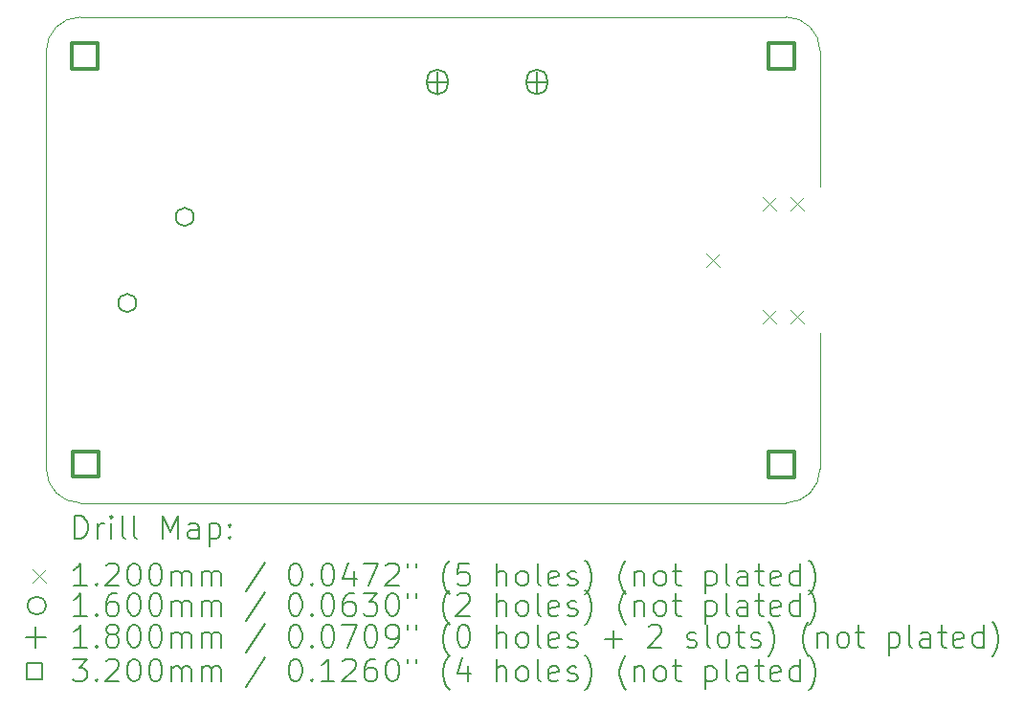
<source format=gbr>
%TF.GenerationSoftware,KiCad,Pcbnew,(6.0.7-1)-1*%
%TF.CreationDate,2022-08-15T15:43:25-06:00*%
%TF.ProjectId,mic_preamp,6d69635f-7072-4656-916d-702e6b696361,1*%
%TF.SameCoordinates,Original*%
%TF.FileFunction,Drillmap*%
%TF.FilePolarity,Positive*%
%FSLAX45Y45*%
G04 Gerber Fmt 4.5, Leading zero omitted, Abs format (unit mm)*
G04 Created by KiCad (PCBNEW (6.0.7-1)-1) date 2022-08-15 15:43:25*
%MOMM*%
%LPD*%
G01*
G04 APERTURE LIST*
%ADD10C,0.100000*%
%ADD11C,0.200000*%
%ADD12C,0.120000*%
%ADD13C,0.160000*%
%ADD14C,0.180000*%
%ADD15C,0.320000*%
G04 APERTURE END LIST*
D10*
X17145000Y-12000000D02*
G75*
G03*
X17445000Y-11700000I0J300000D01*
G01*
X17145000Y-7700000D02*
X10900000Y-7700000D01*
X17445000Y-8000000D02*
G75*
G03*
X17145000Y-7700000I-300000J0D01*
G01*
X10600000Y-11700000D02*
G75*
G03*
X10900000Y-12000000I300000J0D01*
G01*
X10600000Y-8000000D02*
X10600000Y-11700000D01*
X17445000Y-10500000D02*
X17445000Y-11700000D01*
X17445000Y-9200000D02*
X17445000Y-8000000D01*
X10900000Y-12000000D02*
X17145000Y-12000000D01*
X10900000Y-7700000D02*
G75*
G03*
X10600000Y-8000000I0J-300000D01*
G01*
D11*
D12*
X16435000Y-9790000D02*
X16555000Y-9910000D01*
X16555000Y-9790000D02*
X16435000Y-9910000D01*
X16935000Y-9290000D02*
X17055000Y-9410000D01*
X17055000Y-9290000D02*
X16935000Y-9410000D01*
X16935000Y-10290000D02*
X17055000Y-10410000D01*
X17055000Y-10290000D02*
X16935000Y-10410000D01*
X17185000Y-9290000D02*
X17305000Y-9410000D01*
X17305000Y-9290000D02*
X17185000Y-9410000D01*
X17185000Y-10290000D02*
X17305000Y-10410000D01*
X17305000Y-10290000D02*
X17185000Y-10410000D01*
D13*
X11396000Y-10231000D02*
G75*
G03*
X11396000Y-10231000I-80000J0D01*
G01*
X11904000Y-9469000D02*
G75*
G03*
X11904000Y-9469000I-80000J0D01*
G01*
D14*
X14060000Y-8185000D02*
X14060000Y-8365000D01*
X13970000Y-8275000D02*
X14150000Y-8275000D01*
D11*
X13970000Y-8255000D02*
X13970000Y-8295000D01*
X14150000Y-8255000D02*
X14150000Y-8295000D01*
X13970000Y-8295000D02*
G75*
G03*
X14150000Y-8295000I90000J0D01*
G01*
X14150000Y-8255000D02*
G75*
G03*
X13970000Y-8255000I-90000J0D01*
G01*
D14*
X14940000Y-8185000D02*
X14940000Y-8365000D01*
X14850000Y-8275000D02*
X15030000Y-8275000D01*
D11*
X14850000Y-8255000D02*
X14850000Y-8295000D01*
X15030000Y-8255000D02*
X15030000Y-8295000D01*
X14850000Y-8295000D02*
G75*
G03*
X15030000Y-8295000I90000J0D01*
G01*
X15030000Y-8255000D02*
G75*
G03*
X14850000Y-8255000I-90000J0D01*
G01*
D15*
X11055638Y-8155638D02*
X11055638Y-7929362D01*
X10829362Y-7929362D01*
X10829362Y-8155638D01*
X11055638Y-8155638D01*
X11058138Y-11768138D02*
X11058138Y-11541862D01*
X10831862Y-11541862D01*
X10831862Y-11768138D01*
X11058138Y-11768138D01*
X17215638Y-8155638D02*
X17215638Y-7929362D01*
X16989362Y-7929362D01*
X16989362Y-8155638D01*
X17215638Y-8155638D01*
X17215638Y-11770638D02*
X17215638Y-11544362D01*
X16989362Y-11544362D01*
X16989362Y-11770638D01*
X17215638Y-11770638D01*
D11*
X10852619Y-12315476D02*
X10852619Y-12115476D01*
X10900238Y-12115476D01*
X10928810Y-12125000D01*
X10947857Y-12144048D01*
X10957381Y-12163095D01*
X10966905Y-12201190D01*
X10966905Y-12229762D01*
X10957381Y-12267857D01*
X10947857Y-12286905D01*
X10928810Y-12305952D01*
X10900238Y-12315476D01*
X10852619Y-12315476D01*
X11052619Y-12315476D02*
X11052619Y-12182143D01*
X11052619Y-12220238D02*
X11062143Y-12201190D01*
X11071667Y-12191667D01*
X11090714Y-12182143D01*
X11109762Y-12182143D01*
X11176429Y-12315476D02*
X11176429Y-12182143D01*
X11176429Y-12115476D02*
X11166905Y-12125000D01*
X11176429Y-12134524D01*
X11185952Y-12125000D01*
X11176429Y-12115476D01*
X11176429Y-12134524D01*
X11300238Y-12315476D02*
X11281190Y-12305952D01*
X11271667Y-12286905D01*
X11271667Y-12115476D01*
X11405000Y-12315476D02*
X11385952Y-12305952D01*
X11376428Y-12286905D01*
X11376428Y-12115476D01*
X11633571Y-12315476D02*
X11633571Y-12115476D01*
X11700238Y-12258333D01*
X11766905Y-12115476D01*
X11766905Y-12315476D01*
X11947857Y-12315476D02*
X11947857Y-12210714D01*
X11938333Y-12191667D01*
X11919286Y-12182143D01*
X11881190Y-12182143D01*
X11862143Y-12191667D01*
X11947857Y-12305952D02*
X11928809Y-12315476D01*
X11881190Y-12315476D01*
X11862143Y-12305952D01*
X11852619Y-12286905D01*
X11852619Y-12267857D01*
X11862143Y-12248809D01*
X11881190Y-12239286D01*
X11928809Y-12239286D01*
X11947857Y-12229762D01*
X12043095Y-12182143D02*
X12043095Y-12382143D01*
X12043095Y-12191667D02*
X12062143Y-12182143D01*
X12100238Y-12182143D01*
X12119286Y-12191667D01*
X12128809Y-12201190D01*
X12138333Y-12220238D01*
X12138333Y-12277381D01*
X12128809Y-12296428D01*
X12119286Y-12305952D01*
X12100238Y-12315476D01*
X12062143Y-12315476D01*
X12043095Y-12305952D01*
X12224048Y-12296428D02*
X12233571Y-12305952D01*
X12224048Y-12315476D01*
X12214524Y-12305952D01*
X12224048Y-12296428D01*
X12224048Y-12315476D01*
X12224048Y-12191667D02*
X12233571Y-12201190D01*
X12224048Y-12210714D01*
X12214524Y-12201190D01*
X12224048Y-12191667D01*
X12224048Y-12210714D01*
D12*
X10475000Y-12585000D02*
X10595000Y-12705000D01*
X10595000Y-12585000D02*
X10475000Y-12705000D01*
D11*
X10957381Y-12735476D02*
X10843095Y-12735476D01*
X10900238Y-12735476D02*
X10900238Y-12535476D01*
X10881190Y-12564048D01*
X10862143Y-12583095D01*
X10843095Y-12592619D01*
X11043095Y-12716428D02*
X11052619Y-12725952D01*
X11043095Y-12735476D01*
X11033571Y-12725952D01*
X11043095Y-12716428D01*
X11043095Y-12735476D01*
X11128810Y-12554524D02*
X11138333Y-12545000D01*
X11157381Y-12535476D01*
X11205000Y-12535476D01*
X11224048Y-12545000D01*
X11233571Y-12554524D01*
X11243095Y-12573571D01*
X11243095Y-12592619D01*
X11233571Y-12621190D01*
X11119286Y-12735476D01*
X11243095Y-12735476D01*
X11366905Y-12535476D02*
X11385952Y-12535476D01*
X11405000Y-12545000D01*
X11414524Y-12554524D01*
X11424048Y-12573571D01*
X11433571Y-12611667D01*
X11433571Y-12659286D01*
X11424048Y-12697381D01*
X11414524Y-12716428D01*
X11405000Y-12725952D01*
X11385952Y-12735476D01*
X11366905Y-12735476D01*
X11347857Y-12725952D01*
X11338333Y-12716428D01*
X11328809Y-12697381D01*
X11319286Y-12659286D01*
X11319286Y-12611667D01*
X11328809Y-12573571D01*
X11338333Y-12554524D01*
X11347857Y-12545000D01*
X11366905Y-12535476D01*
X11557381Y-12535476D02*
X11576428Y-12535476D01*
X11595476Y-12545000D01*
X11605000Y-12554524D01*
X11614524Y-12573571D01*
X11624048Y-12611667D01*
X11624048Y-12659286D01*
X11614524Y-12697381D01*
X11605000Y-12716428D01*
X11595476Y-12725952D01*
X11576428Y-12735476D01*
X11557381Y-12735476D01*
X11538333Y-12725952D01*
X11528809Y-12716428D01*
X11519286Y-12697381D01*
X11509762Y-12659286D01*
X11509762Y-12611667D01*
X11519286Y-12573571D01*
X11528809Y-12554524D01*
X11538333Y-12545000D01*
X11557381Y-12535476D01*
X11709762Y-12735476D02*
X11709762Y-12602143D01*
X11709762Y-12621190D02*
X11719286Y-12611667D01*
X11738333Y-12602143D01*
X11766905Y-12602143D01*
X11785952Y-12611667D01*
X11795476Y-12630714D01*
X11795476Y-12735476D01*
X11795476Y-12630714D02*
X11805000Y-12611667D01*
X11824048Y-12602143D01*
X11852619Y-12602143D01*
X11871667Y-12611667D01*
X11881190Y-12630714D01*
X11881190Y-12735476D01*
X11976428Y-12735476D02*
X11976428Y-12602143D01*
X11976428Y-12621190D02*
X11985952Y-12611667D01*
X12005000Y-12602143D01*
X12033571Y-12602143D01*
X12052619Y-12611667D01*
X12062143Y-12630714D01*
X12062143Y-12735476D01*
X12062143Y-12630714D02*
X12071667Y-12611667D01*
X12090714Y-12602143D01*
X12119286Y-12602143D01*
X12138333Y-12611667D01*
X12147857Y-12630714D01*
X12147857Y-12735476D01*
X12538333Y-12525952D02*
X12366905Y-12783095D01*
X12795476Y-12535476D02*
X12814524Y-12535476D01*
X12833571Y-12545000D01*
X12843095Y-12554524D01*
X12852619Y-12573571D01*
X12862143Y-12611667D01*
X12862143Y-12659286D01*
X12852619Y-12697381D01*
X12843095Y-12716428D01*
X12833571Y-12725952D01*
X12814524Y-12735476D01*
X12795476Y-12735476D01*
X12776428Y-12725952D01*
X12766905Y-12716428D01*
X12757381Y-12697381D01*
X12747857Y-12659286D01*
X12747857Y-12611667D01*
X12757381Y-12573571D01*
X12766905Y-12554524D01*
X12776428Y-12545000D01*
X12795476Y-12535476D01*
X12947857Y-12716428D02*
X12957381Y-12725952D01*
X12947857Y-12735476D01*
X12938333Y-12725952D01*
X12947857Y-12716428D01*
X12947857Y-12735476D01*
X13081190Y-12535476D02*
X13100238Y-12535476D01*
X13119286Y-12545000D01*
X13128809Y-12554524D01*
X13138333Y-12573571D01*
X13147857Y-12611667D01*
X13147857Y-12659286D01*
X13138333Y-12697381D01*
X13128809Y-12716428D01*
X13119286Y-12725952D01*
X13100238Y-12735476D01*
X13081190Y-12735476D01*
X13062143Y-12725952D01*
X13052619Y-12716428D01*
X13043095Y-12697381D01*
X13033571Y-12659286D01*
X13033571Y-12611667D01*
X13043095Y-12573571D01*
X13052619Y-12554524D01*
X13062143Y-12545000D01*
X13081190Y-12535476D01*
X13319286Y-12602143D02*
X13319286Y-12735476D01*
X13271667Y-12525952D02*
X13224048Y-12668809D01*
X13347857Y-12668809D01*
X13405000Y-12535476D02*
X13538333Y-12535476D01*
X13452619Y-12735476D01*
X13605000Y-12554524D02*
X13614524Y-12545000D01*
X13633571Y-12535476D01*
X13681190Y-12535476D01*
X13700238Y-12545000D01*
X13709762Y-12554524D01*
X13719286Y-12573571D01*
X13719286Y-12592619D01*
X13709762Y-12621190D01*
X13595476Y-12735476D01*
X13719286Y-12735476D01*
X13795476Y-12535476D02*
X13795476Y-12573571D01*
X13871667Y-12535476D02*
X13871667Y-12573571D01*
X14166905Y-12811667D02*
X14157381Y-12802143D01*
X14138333Y-12773571D01*
X14128809Y-12754524D01*
X14119286Y-12725952D01*
X14109762Y-12678333D01*
X14109762Y-12640238D01*
X14119286Y-12592619D01*
X14128809Y-12564048D01*
X14138333Y-12545000D01*
X14157381Y-12516428D01*
X14166905Y-12506905D01*
X14338333Y-12535476D02*
X14243095Y-12535476D01*
X14233571Y-12630714D01*
X14243095Y-12621190D01*
X14262143Y-12611667D01*
X14309762Y-12611667D01*
X14328809Y-12621190D01*
X14338333Y-12630714D01*
X14347857Y-12649762D01*
X14347857Y-12697381D01*
X14338333Y-12716428D01*
X14328809Y-12725952D01*
X14309762Y-12735476D01*
X14262143Y-12735476D01*
X14243095Y-12725952D01*
X14233571Y-12716428D01*
X14585952Y-12735476D02*
X14585952Y-12535476D01*
X14671667Y-12735476D02*
X14671667Y-12630714D01*
X14662143Y-12611667D01*
X14643095Y-12602143D01*
X14614524Y-12602143D01*
X14595476Y-12611667D01*
X14585952Y-12621190D01*
X14795476Y-12735476D02*
X14776428Y-12725952D01*
X14766905Y-12716428D01*
X14757381Y-12697381D01*
X14757381Y-12640238D01*
X14766905Y-12621190D01*
X14776428Y-12611667D01*
X14795476Y-12602143D01*
X14824048Y-12602143D01*
X14843095Y-12611667D01*
X14852619Y-12621190D01*
X14862143Y-12640238D01*
X14862143Y-12697381D01*
X14852619Y-12716428D01*
X14843095Y-12725952D01*
X14824048Y-12735476D01*
X14795476Y-12735476D01*
X14976428Y-12735476D02*
X14957381Y-12725952D01*
X14947857Y-12706905D01*
X14947857Y-12535476D01*
X15128809Y-12725952D02*
X15109762Y-12735476D01*
X15071667Y-12735476D01*
X15052619Y-12725952D01*
X15043095Y-12706905D01*
X15043095Y-12630714D01*
X15052619Y-12611667D01*
X15071667Y-12602143D01*
X15109762Y-12602143D01*
X15128809Y-12611667D01*
X15138333Y-12630714D01*
X15138333Y-12649762D01*
X15043095Y-12668809D01*
X15214524Y-12725952D02*
X15233571Y-12735476D01*
X15271667Y-12735476D01*
X15290714Y-12725952D01*
X15300238Y-12706905D01*
X15300238Y-12697381D01*
X15290714Y-12678333D01*
X15271667Y-12668809D01*
X15243095Y-12668809D01*
X15224048Y-12659286D01*
X15214524Y-12640238D01*
X15214524Y-12630714D01*
X15224048Y-12611667D01*
X15243095Y-12602143D01*
X15271667Y-12602143D01*
X15290714Y-12611667D01*
X15366905Y-12811667D02*
X15376428Y-12802143D01*
X15395476Y-12773571D01*
X15405000Y-12754524D01*
X15414524Y-12725952D01*
X15424048Y-12678333D01*
X15424048Y-12640238D01*
X15414524Y-12592619D01*
X15405000Y-12564048D01*
X15395476Y-12545000D01*
X15376428Y-12516428D01*
X15366905Y-12506905D01*
X15728809Y-12811667D02*
X15719286Y-12802143D01*
X15700238Y-12773571D01*
X15690714Y-12754524D01*
X15681190Y-12725952D01*
X15671667Y-12678333D01*
X15671667Y-12640238D01*
X15681190Y-12592619D01*
X15690714Y-12564048D01*
X15700238Y-12545000D01*
X15719286Y-12516428D01*
X15728809Y-12506905D01*
X15805000Y-12602143D02*
X15805000Y-12735476D01*
X15805000Y-12621190D02*
X15814524Y-12611667D01*
X15833571Y-12602143D01*
X15862143Y-12602143D01*
X15881190Y-12611667D01*
X15890714Y-12630714D01*
X15890714Y-12735476D01*
X16014524Y-12735476D02*
X15995476Y-12725952D01*
X15985952Y-12716428D01*
X15976428Y-12697381D01*
X15976428Y-12640238D01*
X15985952Y-12621190D01*
X15995476Y-12611667D01*
X16014524Y-12602143D01*
X16043095Y-12602143D01*
X16062143Y-12611667D01*
X16071667Y-12621190D01*
X16081190Y-12640238D01*
X16081190Y-12697381D01*
X16071667Y-12716428D01*
X16062143Y-12725952D01*
X16043095Y-12735476D01*
X16014524Y-12735476D01*
X16138333Y-12602143D02*
X16214524Y-12602143D01*
X16166905Y-12535476D02*
X16166905Y-12706905D01*
X16176428Y-12725952D01*
X16195476Y-12735476D01*
X16214524Y-12735476D01*
X16433571Y-12602143D02*
X16433571Y-12802143D01*
X16433571Y-12611667D02*
X16452619Y-12602143D01*
X16490714Y-12602143D01*
X16509762Y-12611667D01*
X16519286Y-12621190D01*
X16528809Y-12640238D01*
X16528809Y-12697381D01*
X16519286Y-12716428D01*
X16509762Y-12725952D01*
X16490714Y-12735476D01*
X16452619Y-12735476D01*
X16433571Y-12725952D01*
X16643095Y-12735476D02*
X16624048Y-12725952D01*
X16614524Y-12706905D01*
X16614524Y-12535476D01*
X16805000Y-12735476D02*
X16805000Y-12630714D01*
X16795476Y-12611667D01*
X16776428Y-12602143D01*
X16738333Y-12602143D01*
X16719286Y-12611667D01*
X16805000Y-12725952D02*
X16785952Y-12735476D01*
X16738333Y-12735476D01*
X16719286Y-12725952D01*
X16709762Y-12706905D01*
X16709762Y-12687857D01*
X16719286Y-12668809D01*
X16738333Y-12659286D01*
X16785952Y-12659286D01*
X16805000Y-12649762D01*
X16871667Y-12602143D02*
X16947857Y-12602143D01*
X16900238Y-12535476D02*
X16900238Y-12706905D01*
X16909762Y-12725952D01*
X16928810Y-12735476D01*
X16947857Y-12735476D01*
X17090714Y-12725952D02*
X17071667Y-12735476D01*
X17033571Y-12735476D01*
X17014524Y-12725952D01*
X17005000Y-12706905D01*
X17005000Y-12630714D01*
X17014524Y-12611667D01*
X17033571Y-12602143D01*
X17071667Y-12602143D01*
X17090714Y-12611667D01*
X17100238Y-12630714D01*
X17100238Y-12649762D01*
X17005000Y-12668809D01*
X17271667Y-12735476D02*
X17271667Y-12535476D01*
X17271667Y-12725952D02*
X17252619Y-12735476D01*
X17214524Y-12735476D01*
X17195476Y-12725952D01*
X17185952Y-12716428D01*
X17176429Y-12697381D01*
X17176429Y-12640238D01*
X17185952Y-12621190D01*
X17195476Y-12611667D01*
X17214524Y-12602143D01*
X17252619Y-12602143D01*
X17271667Y-12611667D01*
X17347857Y-12811667D02*
X17357381Y-12802143D01*
X17376429Y-12773571D01*
X17385952Y-12754524D01*
X17395476Y-12725952D01*
X17405000Y-12678333D01*
X17405000Y-12640238D01*
X17395476Y-12592619D01*
X17385952Y-12564048D01*
X17376429Y-12545000D01*
X17357381Y-12516428D01*
X17347857Y-12506905D01*
D13*
X10595000Y-12909000D02*
G75*
G03*
X10595000Y-12909000I-80000J0D01*
G01*
D11*
X10957381Y-12999476D02*
X10843095Y-12999476D01*
X10900238Y-12999476D02*
X10900238Y-12799476D01*
X10881190Y-12828048D01*
X10862143Y-12847095D01*
X10843095Y-12856619D01*
X11043095Y-12980428D02*
X11052619Y-12989952D01*
X11043095Y-12999476D01*
X11033571Y-12989952D01*
X11043095Y-12980428D01*
X11043095Y-12999476D01*
X11224048Y-12799476D02*
X11185952Y-12799476D01*
X11166905Y-12809000D01*
X11157381Y-12818524D01*
X11138333Y-12847095D01*
X11128810Y-12885190D01*
X11128810Y-12961381D01*
X11138333Y-12980428D01*
X11147857Y-12989952D01*
X11166905Y-12999476D01*
X11205000Y-12999476D01*
X11224048Y-12989952D01*
X11233571Y-12980428D01*
X11243095Y-12961381D01*
X11243095Y-12913762D01*
X11233571Y-12894714D01*
X11224048Y-12885190D01*
X11205000Y-12875667D01*
X11166905Y-12875667D01*
X11147857Y-12885190D01*
X11138333Y-12894714D01*
X11128810Y-12913762D01*
X11366905Y-12799476D02*
X11385952Y-12799476D01*
X11405000Y-12809000D01*
X11414524Y-12818524D01*
X11424048Y-12837571D01*
X11433571Y-12875667D01*
X11433571Y-12923286D01*
X11424048Y-12961381D01*
X11414524Y-12980428D01*
X11405000Y-12989952D01*
X11385952Y-12999476D01*
X11366905Y-12999476D01*
X11347857Y-12989952D01*
X11338333Y-12980428D01*
X11328809Y-12961381D01*
X11319286Y-12923286D01*
X11319286Y-12875667D01*
X11328809Y-12837571D01*
X11338333Y-12818524D01*
X11347857Y-12809000D01*
X11366905Y-12799476D01*
X11557381Y-12799476D02*
X11576428Y-12799476D01*
X11595476Y-12809000D01*
X11605000Y-12818524D01*
X11614524Y-12837571D01*
X11624048Y-12875667D01*
X11624048Y-12923286D01*
X11614524Y-12961381D01*
X11605000Y-12980428D01*
X11595476Y-12989952D01*
X11576428Y-12999476D01*
X11557381Y-12999476D01*
X11538333Y-12989952D01*
X11528809Y-12980428D01*
X11519286Y-12961381D01*
X11509762Y-12923286D01*
X11509762Y-12875667D01*
X11519286Y-12837571D01*
X11528809Y-12818524D01*
X11538333Y-12809000D01*
X11557381Y-12799476D01*
X11709762Y-12999476D02*
X11709762Y-12866143D01*
X11709762Y-12885190D02*
X11719286Y-12875667D01*
X11738333Y-12866143D01*
X11766905Y-12866143D01*
X11785952Y-12875667D01*
X11795476Y-12894714D01*
X11795476Y-12999476D01*
X11795476Y-12894714D02*
X11805000Y-12875667D01*
X11824048Y-12866143D01*
X11852619Y-12866143D01*
X11871667Y-12875667D01*
X11881190Y-12894714D01*
X11881190Y-12999476D01*
X11976428Y-12999476D02*
X11976428Y-12866143D01*
X11976428Y-12885190D02*
X11985952Y-12875667D01*
X12005000Y-12866143D01*
X12033571Y-12866143D01*
X12052619Y-12875667D01*
X12062143Y-12894714D01*
X12062143Y-12999476D01*
X12062143Y-12894714D02*
X12071667Y-12875667D01*
X12090714Y-12866143D01*
X12119286Y-12866143D01*
X12138333Y-12875667D01*
X12147857Y-12894714D01*
X12147857Y-12999476D01*
X12538333Y-12789952D02*
X12366905Y-13047095D01*
X12795476Y-12799476D02*
X12814524Y-12799476D01*
X12833571Y-12809000D01*
X12843095Y-12818524D01*
X12852619Y-12837571D01*
X12862143Y-12875667D01*
X12862143Y-12923286D01*
X12852619Y-12961381D01*
X12843095Y-12980428D01*
X12833571Y-12989952D01*
X12814524Y-12999476D01*
X12795476Y-12999476D01*
X12776428Y-12989952D01*
X12766905Y-12980428D01*
X12757381Y-12961381D01*
X12747857Y-12923286D01*
X12747857Y-12875667D01*
X12757381Y-12837571D01*
X12766905Y-12818524D01*
X12776428Y-12809000D01*
X12795476Y-12799476D01*
X12947857Y-12980428D02*
X12957381Y-12989952D01*
X12947857Y-12999476D01*
X12938333Y-12989952D01*
X12947857Y-12980428D01*
X12947857Y-12999476D01*
X13081190Y-12799476D02*
X13100238Y-12799476D01*
X13119286Y-12809000D01*
X13128809Y-12818524D01*
X13138333Y-12837571D01*
X13147857Y-12875667D01*
X13147857Y-12923286D01*
X13138333Y-12961381D01*
X13128809Y-12980428D01*
X13119286Y-12989952D01*
X13100238Y-12999476D01*
X13081190Y-12999476D01*
X13062143Y-12989952D01*
X13052619Y-12980428D01*
X13043095Y-12961381D01*
X13033571Y-12923286D01*
X13033571Y-12875667D01*
X13043095Y-12837571D01*
X13052619Y-12818524D01*
X13062143Y-12809000D01*
X13081190Y-12799476D01*
X13319286Y-12799476D02*
X13281190Y-12799476D01*
X13262143Y-12809000D01*
X13252619Y-12818524D01*
X13233571Y-12847095D01*
X13224048Y-12885190D01*
X13224048Y-12961381D01*
X13233571Y-12980428D01*
X13243095Y-12989952D01*
X13262143Y-12999476D01*
X13300238Y-12999476D01*
X13319286Y-12989952D01*
X13328809Y-12980428D01*
X13338333Y-12961381D01*
X13338333Y-12913762D01*
X13328809Y-12894714D01*
X13319286Y-12885190D01*
X13300238Y-12875667D01*
X13262143Y-12875667D01*
X13243095Y-12885190D01*
X13233571Y-12894714D01*
X13224048Y-12913762D01*
X13405000Y-12799476D02*
X13528809Y-12799476D01*
X13462143Y-12875667D01*
X13490714Y-12875667D01*
X13509762Y-12885190D01*
X13519286Y-12894714D01*
X13528809Y-12913762D01*
X13528809Y-12961381D01*
X13519286Y-12980428D01*
X13509762Y-12989952D01*
X13490714Y-12999476D01*
X13433571Y-12999476D01*
X13414524Y-12989952D01*
X13405000Y-12980428D01*
X13652619Y-12799476D02*
X13671667Y-12799476D01*
X13690714Y-12809000D01*
X13700238Y-12818524D01*
X13709762Y-12837571D01*
X13719286Y-12875667D01*
X13719286Y-12923286D01*
X13709762Y-12961381D01*
X13700238Y-12980428D01*
X13690714Y-12989952D01*
X13671667Y-12999476D01*
X13652619Y-12999476D01*
X13633571Y-12989952D01*
X13624048Y-12980428D01*
X13614524Y-12961381D01*
X13605000Y-12923286D01*
X13605000Y-12875667D01*
X13614524Y-12837571D01*
X13624048Y-12818524D01*
X13633571Y-12809000D01*
X13652619Y-12799476D01*
X13795476Y-12799476D02*
X13795476Y-12837571D01*
X13871667Y-12799476D02*
X13871667Y-12837571D01*
X14166905Y-13075667D02*
X14157381Y-13066143D01*
X14138333Y-13037571D01*
X14128809Y-13018524D01*
X14119286Y-12989952D01*
X14109762Y-12942333D01*
X14109762Y-12904238D01*
X14119286Y-12856619D01*
X14128809Y-12828048D01*
X14138333Y-12809000D01*
X14157381Y-12780428D01*
X14166905Y-12770905D01*
X14233571Y-12818524D02*
X14243095Y-12809000D01*
X14262143Y-12799476D01*
X14309762Y-12799476D01*
X14328809Y-12809000D01*
X14338333Y-12818524D01*
X14347857Y-12837571D01*
X14347857Y-12856619D01*
X14338333Y-12885190D01*
X14224048Y-12999476D01*
X14347857Y-12999476D01*
X14585952Y-12999476D02*
X14585952Y-12799476D01*
X14671667Y-12999476D02*
X14671667Y-12894714D01*
X14662143Y-12875667D01*
X14643095Y-12866143D01*
X14614524Y-12866143D01*
X14595476Y-12875667D01*
X14585952Y-12885190D01*
X14795476Y-12999476D02*
X14776428Y-12989952D01*
X14766905Y-12980428D01*
X14757381Y-12961381D01*
X14757381Y-12904238D01*
X14766905Y-12885190D01*
X14776428Y-12875667D01*
X14795476Y-12866143D01*
X14824048Y-12866143D01*
X14843095Y-12875667D01*
X14852619Y-12885190D01*
X14862143Y-12904238D01*
X14862143Y-12961381D01*
X14852619Y-12980428D01*
X14843095Y-12989952D01*
X14824048Y-12999476D01*
X14795476Y-12999476D01*
X14976428Y-12999476D02*
X14957381Y-12989952D01*
X14947857Y-12970905D01*
X14947857Y-12799476D01*
X15128809Y-12989952D02*
X15109762Y-12999476D01*
X15071667Y-12999476D01*
X15052619Y-12989952D01*
X15043095Y-12970905D01*
X15043095Y-12894714D01*
X15052619Y-12875667D01*
X15071667Y-12866143D01*
X15109762Y-12866143D01*
X15128809Y-12875667D01*
X15138333Y-12894714D01*
X15138333Y-12913762D01*
X15043095Y-12932809D01*
X15214524Y-12989952D02*
X15233571Y-12999476D01*
X15271667Y-12999476D01*
X15290714Y-12989952D01*
X15300238Y-12970905D01*
X15300238Y-12961381D01*
X15290714Y-12942333D01*
X15271667Y-12932809D01*
X15243095Y-12932809D01*
X15224048Y-12923286D01*
X15214524Y-12904238D01*
X15214524Y-12894714D01*
X15224048Y-12875667D01*
X15243095Y-12866143D01*
X15271667Y-12866143D01*
X15290714Y-12875667D01*
X15366905Y-13075667D02*
X15376428Y-13066143D01*
X15395476Y-13037571D01*
X15405000Y-13018524D01*
X15414524Y-12989952D01*
X15424048Y-12942333D01*
X15424048Y-12904238D01*
X15414524Y-12856619D01*
X15405000Y-12828048D01*
X15395476Y-12809000D01*
X15376428Y-12780428D01*
X15366905Y-12770905D01*
X15728809Y-13075667D02*
X15719286Y-13066143D01*
X15700238Y-13037571D01*
X15690714Y-13018524D01*
X15681190Y-12989952D01*
X15671667Y-12942333D01*
X15671667Y-12904238D01*
X15681190Y-12856619D01*
X15690714Y-12828048D01*
X15700238Y-12809000D01*
X15719286Y-12780428D01*
X15728809Y-12770905D01*
X15805000Y-12866143D02*
X15805000Y-12999476D01*
X15805000Y-12885190D02*
X15814524Y-12875667D01*
X15833571Y-12866143D01*
X15862143Y-12866143D01*
X15881190Y-12875667D01*
X15890714Y-12894714D01*
X15890714Y-12999476D01*
X16014524Y-12999476D02*
X15995476Y-12989952D01*
X15985952Y-12980428D01*
X15976428Y-12961381D01*
X15976428Y-12904238D01*
X15985952Y-12885190D01*
X15995476Y-12875667D01*
X16014524Y-12866143D01*
X16043095Y-12866143D01*
X16062143Y-12875667D01*
X16071667Y-12885190D01*
X16081190Y-12904238D01*
X16081190Y-12961381D01*
X16071667Y-12980428D01*
X16062143Y-12989952D01*
X16043095Y-12999476D01*
X16014524Y-12999476D01*
X16138333Y-12866143D02*
X16214524Y-12866143D01*
X16166905Y-12799476D02*
X16166905Y-12970905D01*
X16176428Y-12989952D01*
X16195476Y-12999476D01*
X16214524Y-12999476D01*
X16433571Y-12866143D02*
X16433571Y-13066143D01*
X16433571Y-12875667D02*
X16452619Y-12866143D01*
X16490714Y-12866143D01*
X16509762Y-12875667D01*
X16519286Y-12885190D01*
X16528809Y-12904238D01*
X16528809Y-12961381D01*
X16519286Y-12980428D01*
X16509762Y-12989952D01*
X16490714Y-12999476D01*
X16452619Y-12999476D01*
X16433571Y-12989952D01*
X16643095Y-12999476D02*
X16624048Y-12989952D01*
X16614524Y-12970905D01*
X16614524Y-12799476D01*
X16805000Y-12999476D02*
X16805000Y-12894714D01*
X16795476Y-12875667D01*
X16776428Y-12866143D01*
X16738333Y-12866143D01*
X16719286Y-12875667D01*
X16805000Y-12989952D02*
X16785952Y-12999476D01*
X16738333Y-12999476D01*
X16719286Y-12989952D01*
X16709762Y-12970905D01*
X16709762Y-12951857D01*
X16719286Y-12932809D01*
X16738333Y-12923286D01*
X16785952Y-12923286D01*
X16805000Y-12913762D01*
X16871667Y-12866143D02*
X16947857Y-12866143D01*
X16900238Y-12799476D02*
X16900238Y-12970905D01*
X16909762Y-12989952D01*
X16928810Y-12999476D01*
X16947857Y-12999476D01*
X17090714Y-12989952D02*
X17071667Y-12999476D01*
X17033571Y-12999476D01*
X17014524Y-12989952D01*
X17005000Y-12970905D01*
X17005000Y-12894714D01*
X17014524Y-12875667D01*
X17033571Y-12866143D01*
X17071667Y-12866143D01*
X17090714Y-12875667D01*
X17100238Y-12894714D01*
X17100238Y-12913762D01*
X17005000Y-12932809D01*
X17271667Y-12999476D02*
X17271667Y-12799476D01*
X17271667Y-12989952D02*
X17252619Y-12999476D01*
X17214524Y-12999476D01*
X17195476Y-12989952D01*
X17185952Y-12980428D01*
X17176429Y-12961381D01*
X17176429Y-12904238D01*
X17185952Y-12885190D01*
X17195476Y-12875667D01*
X17214524Y-12866143D01*
X17252619Y-12866143D01*
X17271667Y-12875667D01*
X17347857Y-13075667D02*
X17357381Y-13066143D01*
X17376429Y-13037571D01*
X17385952Y-13018524D01*
X17395476Y-12989952D01*
X17405000Y-12942333D01*
X17405000Y-12904238D01*
X17395476Y-12856619D01*
X17385952Y-12828048D01*
X17376429Y-12809000D01*
X17357381Y-12780428D01*
X17347857Y-12770905D01*
D14*
X10505000Y-13099000D02*
X10505000Y-13279000D01*
X10415000Y-13189000D02*
X10595000Y-13189000D01*
D11*
X10957381Y-13279476D02*
X10843095Y-13279476D01*
X10900238Y-13279476D02*
X10900238Y-13079476D01*
X10881190Y-13108048D01*
X10862143Y-13127095D01*
X10843095Y-13136619D01*
X11043095Y-13260428D02*
X11052619Y-13269952D01*
X11043095Y-13279476D01*
X11033571Y-13269952D01*
X11043095Y-13260428D01*
X11043095Y-13279476D01*
X11166905Y-13165190D02*
X11147857Y-13155667D01*
X11138333Y-13146143D01*
X11128810Y-13127095D01*
X11128810Y-13117571D01*
X11138333Y-13098524D01*
X11147857Y-13089000D01*
X11166905Y-13079476D01*
X11205000Y-13079476D01*
X11224048Y-13089000D01*
X11233571Y-13098524D01*
X11243095Y-13117571D01*
X11243095Y-13127095D01*
X11233571Y-13146143D01*
X11224048Y-13155667D01*
X11205000Y-13165190D01*
X11166905Y-13165190D01*
X11147857Y-13174714D01*
X11138333Y-13184238D01*
X11128810Y-13203286D01*
X11128810Y-13241381D01*
X11138333Y-13260428D01*
X11147857Y-13269952D01*
X11166905Y-13279476D01*
X11205000Y-13279476D01*
X11224048Y-13269952D01*
X11233571Y-13260428D01*
X11243095Y-13241381D01*
X11243095Y-13203286D01*
X11233571Y-13184238D01*
X11224048Y-13174714D01*
X11205000Y-13165190D01*
X11366905Y-13079476D02*
X11385952Y-13079476D01*
X11405000Y-13089000D01*
X11414524Y-13098524D01*
X11424048Y-13117571D01*
X11433571Y-13155667D01*
X11433571Y-13203286D01*
X11424048Y-13241381D01*
X11414524Y-13260428D01*
X11405000Y-13269952D01*
X11385952Y-13279476D01*
X11366905Y-13279476D01*
X11347857Y-13269952D01*
X11338333Y-13260428D01*
X11328809Y-13241381D01*
X11319286Y-13203286D01*
X11319286Y-13155667D01*
X11328809Y-13117571D01*
X11338333Y-13098524D01*
X11347857Y-13089000D01*
X11366905Y-13079476D01*
X11557381Y-13079476D02*
X11576428Y-13079476D01*
X11595476Y-13089000D01*
X11605000Y-13098524D01*
X11614524Y-13117571D01*
X11624048Y-13155667D01*
X11624048Y-13203286D01*
X11614524Y-13241381D01*
X11605000Y-13260428D01*
X11595476Y-13269952D01*
X11576428Y-13279476D01*
X11557381Y-13279476D01*
X11538333Y-13269952D01*
X11528809Y-13260428D01*
X11519286Y-13241381D01*
X11509762Y-13203286D01*
X11509762Y-13155667D01*
X11519286Y-13117571D01*
X11528809Y-13098524D01*
X11538333Y-13089000D01*
X11557381Y-13079476D01*
X11709762Y-13279476D02*
X11709762Y-13146143D01*
X11709762Y-13165190D02*
X11719286Y-13155667D01*
X11738333Y-13146143D01*
X11766905Y-13146143D01*
X11785952Y-13155667D01*
X11795476Y-13174714D01*
X11795476Y-13279476D01*
X11795476Y-13174714D02*
X11805000Y-13155667D01*
X11824048Y-13146143D01*
X11852619Y-13146143D01*
X11871667Y-13155667D01*
X11881190Y-13174714D01*
X11881190Y-13279476D01*
X11976428Y-13279476D02*
X11976428Y-13146143D01*
X11976428Y-13165190D02*
X11985952Y-13155667D01*
X12005000Y-13146143D01*
X12033571Y-13146143D01*
X12052619Y-13155667D01*
X12062143Y-13174714D01*
X12062143Y-13279476D01*
X12062143Y-13174714D02*
X12071667Y-13155667D01*
X12090714Y-13146143D01*
X12119286Y-13146143D01*
X12138333Y-13155667D01*
X12147857Y-13174714D01*
X12147857Y-13279476D01*
X12538333Y-13069952D02*
X12366905Y-13327095D01*
X12795476Y-13079476D02*
X12814524Y-13079476D01*
X12833571Y-13089000D01*
X12843095Y-13098524D01*
X12852619Y-13117571D01*
X12862143Y-13155667D01*
X12862143Y-13203286D01*
X12852619Y-13241381D01*
X12843095Y-13260428D01*
X12833571Y-13269952D01*
X12814524Y-13279476D01*
X12795476Y-13279476D01*
X12776428Y-13269952D01*
X12766905Y-13260428D01*
X12757381Y-13241381D01*
X12747857Y-13203286D01*
X12747857Y-13155667D01*
X12757381Y-13117571D01*
X12766905Y-13098524D01*
X12776428Y-13089000D01*
X12795476Y-13079476D01*
X12947857Y-13260428D02*
X12957381Y-13269952D01*
X12947857Y-13279476D01*
X12938333Y-13269952D01*
X12947857Y-13260428D01*
X12947857Y-13279476D01*
X13081190Y-13079476D02*
X13100238Y-13079476D01*
X13119286Y-13089000D01*
X13128809Y-13098524D01*
X13138333Y-13117571D01*
X13147857Y-13155667D01*
X13147857Y-13203286D01*
X13138333Y-13241381D01*
X13128809Y-13260428D01*
X13119286Y-13269952D01*
X13100238Y-13279476D01*
X13081190Y-13279476D01*
X13062143Y-13269952D01*
X13052619Y-13260428D01*
X13043095Y-13241381D01*
X13033571Y-13203286D01*
X13033571Y-13155667D01*
X13043095Y-13117571D01*
X13052619Y-13098524D01*
X13062143Y-13089000D01*
X13081190Y-13079476D01*
X13214524Y-13079476D02*
X13347857Y-13079476D01*
X13262143Y-13279476D01*
X13462143Y-13079476D02*
X13481190Y-13079476D01*
X13500238Y-13089000D01*
X13509762Y-13098524D01*
X13519286Y-13117571D01*
X13528809Y-13155667D01*
X13528809Y-13203286D01*
X13519286Y-13241381D01*
X13509762Y-13260428D01*
X13500238Y-13269952D01*
X13481190Y-13279476D01*
X13462143Y-13279476D01*
X13443095Y-13269952D01*
X13433571Y-13260428D01*
X13424048Y-13241381D01*
X13414524Y-13203286D01*
X13414524Y-13155667D01*
X13424048Y-13117571D01*
X13433571Y-13098524D01*
X13443095Y-13089000D01*
X13462143Y-13079476D01*
X13624048Y-13279476D02*
X13662143Y-13279476D01*
X13681190Y-13269952D01*
X13690714Y-13260428D01*
X13709762Y-13231857D01*
X13719286Y-13193762D01*
X13719286Y-13117571D01*
X13709762Y-13098524D01*
X13700238Y-13089000D01*
X13681190Y-13079476D01*
X13643095Y-13079476D01*
X13624048Y-13089000D01*
X13614524Y-13098524D01*
X13605000Y-13117571D01*
X13605000Y-13165190D01*
X13614524Y-13184238D01*
X13624048Y-13193762D01*
X13643095Y-13203286D01*
X13681190Y-13203286D01*
X13700238Y-13193762D01*
X13709762Y-13184238D01*
X13719286Y-13165190D01*
X13795476Y-13079476D02*
X13795476Y-13117571D01*
X13871667Y-13079476D02*
X13871667Y-13117571D01*
X14166905Y-13355667D02*
X14157381Y-13346143D01*
X14138333Y-13317571D01*
X14128809Y-13298524D01*
X14119286Y-13269952D01*
X14109762Y-13222333D01*
X14109762Y-13184238D01*
X14119286Y-13136619D01*
X14128809Y-13108048D01*
X14138333Y-13089000D01*
X14157381Y-13060428D01*
X14166905Y-13050905D01*
X14281190Y-13079476D02*
X14300238Y-13079476D01*
X14319286Y-13089000D01*
X14328809Y-13098524D01*
X14338333Y-13117571D01*
X14347857Y-13155667D01*
X14347857Y-13203286D01*
X14338333Y-13241381D01*
X14328809Y-13260428D01*
X14319286Y-13269952D01*
X14300238Y-13279476D01*
X14281190Y-13279476D01*
X14262143Y-13269952D01*
X14252619Y-13260428D01*
X14243095Y-13241381D01*
X14233571Y-13203286D01*
X14233571Y-13155667D01*
X14243095Y-13117571D01*
X14252619Y-13098524D01*
X14262143Y-13089000D01*
X14281190Y-13079476D01*
X14585952Y-13279476D02*
X14585952Y-13079476D01*
X14671667Y-13279476D02*
X14671667Y-13174714D01*
X14662143Y-13155667D01*
X14643095Y-13146143D01*
X14614524Y-13146143D01*
X14595476Y-13155667D01*
X14585952Y-13165190D01*
X14795476Y-13279476D02*
X14776428Y-13269952D01*
X14766905Y-13260428D01*
X14757381Y-13241381D01*
X14757381Y-13184238D01*
X14766905Y-13165190D01*
X14776428Y-13155667D01*
X14795476Y-13146143D01*
X14824048Y-13146143D01*
X14843095Y-13155667D01*
X14852619Y-13165190D01*
X14862143Y-13184238D01*
X14862143Y-13241381D01*
X14852619Y-13260428D01*
X14843095Y-13269952D01*
X14824048Y-13279476D01*
X14795476Y-13279476D01*
X14976428Y-13279476D02*
X14957381Y-13269952D01*
X14947857Y-13250905D01*
X14947857Y-13079476D01*
X15128809Y-13269952D02*
X15109762Y-13279476D01*
X15071667Y-13279476D01*
X15052619Y-13269952D01*
X15043095Y-13250905D01*
X15043095Y-13174714D01*
X15052619Y-13155667D01*
X15071667Y-13146143D01*
X15109762Y-13146143D01*
X15128809Y-13155667D01*
X15138333Y-13174714D01*
X15138333Y-13193762D01*
X15043095Y-13212809D01*
X15214524Y-13269952D02*
X15233571Y-13279476D01*
X15271667Y-13279476D01*
X15290714Y-13269952D01*
X15300238Y-13250905D01*
X15300238Y-13241381D01*
X15290714Y-13222333D01*
X15271667Y-13212809D01*
X15243095Y-13212809D01*
X15224048Y-13203286D01*
X15214524Y-13184238D01*
X15214524Y-13174714D01*
X15224048Y-13155667D01*
X15243095Y-13146143D01*
X15271667Y-13146143D01*
X15290714Y-13155667D01*
X15538333Y-13203286D02*
X15690714Y-13203286D01*
X15614524Y-13279476D02*
X15614524Y-13127095D01*
X15928809Y-13098524D02*
X15938333Y-13089000D01*
X15957381Y-13079476D01*
X16005000Y-13079476D01*
X16024048Y-13089000D01*
X16033571Y-13098524D01*
X16043095Y-13117571D01*
X16043095Y-13136619D01*
X16033571Y-13165190D01*
X15919286Y-13279476D01*
X16043095Y-13279476D01*
X16271667Y-13269952D02*
X16290714Y-13279476D01*
X16328809Y-13279476D01*
X16347857Y-13269952D01*
X16357381Y-13250905D01*
X16357381Y-13241381D01*
X16347857Y-13222333D01*
X16328809Y-13212809D01*
X16300238Y-13212809D01*
X16281190Y-13203286D01*
X16271667Y-13184238D01*
X16271667Y-13174714D01*
X16281190Y-13155667D01*
X16300238Y-13146143D01*
X16328809Y-13146143D01*
X16347857Y-13155667D01*
X16471667Y-13279476D02*
X16452619Y-13269952D01*
X16443095Y-13250905D01*
X16443095Y-13079476D01*
X16576428Y-13279476D02*
X16557381Y-13269952D01*
X16547857Y-13260428D01*
X16538333Y-13241381D01*
X16538333Y-13184238D01*
X16547857Y-13165190D01*
X16557381Y-13155667D01*
X16576428Y-13146143D01*
X16605000Y-13146143D01*
X16624048Y-13155667D01*
X16633571Y-13165190D01*
X16643095Y-13184238D01*
X16643095Y-13241381D01*
X16633571Y-13260428D01*
X16624048Y-13269952D01*
X16605000Y-13279476D01*
X16576428Y-13279476D01*
X16700238Y-13146143D02*
X16776428Y-13146143D01*
X16728809Y-13079476D02*
X16728809Y-13250905D01*
X16738333Y-13269952D01*
X16757381Y-13279476D01*
X16776428Y-13279476D01*
X16833571Y-13269952D02*
X16852619Y-13279476D01*
X16890714Y-13279476D01*
X16909762Y-13269952D01*
X16919286Y-13250905D01*
X16919286Y-13241381D01*
X16909762Y-13222333D01*
X16890714Y-13212809D01*
X16862143Y-13212809D01*
X16843095Y-13203286D01*
X16833571Y-13184238D01*
X16833571Y-13174714D01*
X16843095Y-13155667D01*
X16862143Y-13146143D01*
X16890714Y-13146143D01*
X16909762Y-13155667D01*
X16985952Y-13355667D02*
X16995476Y-13346143D01*
X17014524Y-13317571D01*
X17024048Y-13298524D01*
X17033571Y-13269952D01*
X17043095Y-13222333D01*
X17043095Y-13184238D01*
X17033571Y-13136619D01*
X17024048Y-13108048D01*
X17014524Y-13089000D01*
X16995476Y-13060428D01*
X16985952Y-13050905D01*
X17347857Y-13355667D02*
X17338333Y-13346143D01*
X17319286Y-13317571D01*
X17309762Y-13298524D01*
X17300238Y-13269952D01*
X17290714Y-13222333D01*
X17290714Y-13184238D01*
X17300238Y-13136619D01*
X17309762Y-13108048D01*
X17319286Y-13089000D01*
X17338333Y-13060428D01*
X17347857Y-13050905D01*
X17424048Y-13146143D02*
X17424048Y-13279476D01*
X17424048Y-13165190D02*
X17433571Y-13155667D01*
X17452619Y-13146143D01*
X17481190Y-13146143D01*
X17500238Y-13155667D01*
X17509762Y-13174714D01*
X17509762Y-13279476D01*
X17633571Y-13279476D02*
X17614524Y-13269952D01*
X17605000Y-13260428D01*
X17595476Y-13241381D01*
X17595476Y-13184238D01*
X17605000Y-13165190D01*
X17614524Y-13155667D01*
X17633571Y-13146143D01*
X17662143Y-13146143D01*
X17681190Y-13155667D01*
X17690714Y-13165190D01*
X17700238Y-13184238D01*
X17700238Y-13241381D01*
X17690714Y-13260428D01*
X17681190Y-13269952D01*
X17662143Y-13279476D01*
X17633571Y-13279476D01*
X17757381Y-13146143D02*
X17833571Y-13146143D01*
X17785952Y-13079476D02*
X17785952Y-13250905D01*
X17795476Y-13269952D01*
X17814524Y-13279476D01*
X17833571Y-13279476D01*
X18052619Y-13146143D02*
X18052619Y-13346143D01*
X18052619Y-13155667D02*
X18071667Y-13146143D01*
X18109762Y-13146143D01*
X18128810Y-13155667D01*
X18138333Y-13165190D01*
X18147857Y-13184238D01*
X18147857Y-13241381D01*
X18138333Y-13260428D01*
X18128810Y-13269952D01*
X18109762Y-13279476D01*
X18071667Y-13279476D01*
X18052619Y-13269952D01*
X18262143Y-13279476D02*
X18243095Y-13269952D01*
X18233571Y-13250905D01*
X18233571Y-13079476D01*
X18424048Y-13279476D02*
X18424048Y-13174714D01*
X18414524Y-13155667D01*
X18395476Y-13146143D01*
X18357381Y-13146143D01*
X18338333Y-13155667D01*
X18424048Y-13269952D02*
X18405000Y-13279476D01*
X18357381Y-13279476D01*
X18338333Y-13269952D01*
X18328810Y-13250905D01*
X18328810Y-13231857D01*
X18338333Y-13212809D01*
X18357381Y-13203286D01*
X18405000Y-13203286D01*
X18424048Y-13193762D01*
X18490714Y-13146143D02*
X18566905Y-13146143D01*
X18519286Y-13079476D02*
X18519286Y-13250905D01*
X18528810Y-13269952D01*
X18547857Y-13279476D01*
X18566905Y-13279476D01*
X18709762Y-13269952D02*
X18690714Y-13279476D01*
X18652619Y-13279476D01*
X18633571Y-13269952D01*
X18624048Y-13250905D01*
X18624048Y-13174714D01*
X18633571Y-13155667D01*
X18652619Y-13146143D01*
X18690714Y-13146143D01*
X18709762Y-13155667D01*
X18719286Y-13174714D01*
X18719286Y-13193762D01*
X18624048Y-13212809D01*
X18890714Y-13279476D02*
X18890714Y-13079476D01*
X18890714Y-13269952D02*
X18871667Y-13279476D01*
X18833571Y-13279476D01*
X18814524Y-13269952D01*
X18805000Y-13260428D01*
X18795476Y-13241381D01*
X18795476Y-13184238D01*
X18805000Y-13165190D01*
X18814524Y-13155667D01*
X18833571Y-13146143D01*
X18871667Y-13146143D01*
X18890714Y-13155667D01*
X18966905Y-13355667D02*
X18976429Y-13346143D01*
X18995476Y-13317571D01*
X19005000Y-13298524D01*
X19014524Y-13269952D01*
X19024048Y-13222333D01*
X19024048Y-13184238D01*
X19014524Y-13136619D01*
X19005000Y-13108048D01*
X18995476Y-13089000D01*
X18976429Y-13060428D01*
X18966905Y-13050905D01*
X10565711Y-13559711D02*
X10565711Y-13418289D01*
X10424289Y-13418289D01*
X10424289Y-13559711D01*
X10565711Y-13559711D01*
X10833571Y-13379476D02*
X10957381Y-13379476D01*
X10890714Y-13455667D01*
X10919286Y-13455667D01*
X10938333Y-13465190D01*
X10947857Y-13474714D01*
X10957381Y-13493762D01*
X10957381Y-13541381D01*
X10947857Y-13560428D01*
X10938333Y-13569952D01*
X10919286Y-13579476D01*
X10862143Y-13579476D01*
X10843095Y-13569952D01*
X10833571Y-13560428D01*
X11043095Y-13560428D02*
X11052619Y-13569952D01*
X11043095Y-13579476D01*
X11033571Y-13569952D01*
X11043095Y-13560428D01*
X11043095Y-13579476D01*
X11128810Y-13398524D02*
X11138333Y-13389000D01*
X11157381Y-13379476D01*
X11205000Y-13379476D01*
X11224048Y-13389000D01*
X11233571Y-13398524D01*
X11243095Y-13417571D01*
X11243095Y-13436619D01*
X11233571Y-13465190D01*
X11119286Y-13579476D01*
X11243095Y-13579476D01*
X11366905Y-13379476D02*
X11385952Y-13379476D01*
X11405000Y-13389000D01*
X11414524Y-13398524D01*
X11424048Y-13417571D01*
X11433571Y-13455667D01*
X11433571Y-13503286D01*
X11424048Y-13541381D01*
X11414524Y-13560428D01*
X11405000Y-13569952D01*
X11385952Y-13579476D01*
X11366905Y-13579476D01*
X11347857Y-13569952D01*
X11338333Y-13560428D01*
X11328809Y-13541381D01*
X11319286Y-13503286D01*
X11319286Y-13455667D01*
X11328809Y-13417571D01*
X11338333Y-13398524D01*
X11347857Y-13389000D01*
X11366905Y-13379476D01*
X11557381Y-13379476D02*
X11576428Y-13379476D01*
X11595476Y-13389000D01*
X11605000Y-13398524D01*
X11614524Y-13417571D01*
X11624048Y-13455667D01*
X11624048Y-13503286D01*
X11614524Y-13541381D01*
X11605000Y-13560428D01*
X11595476Y-13569952D01*
X11576428Y-13579476D01*
X11557381Y-13579476D01*
X11538333Y-13569952D01*
X11528809Y-13560428D01*
X11519286Y-13541381D01*
X11509762Y-13503286D01*
X11509762Y-13455667D01*
X11519286Y-13417571D01*
X11528809Y-13398524D01*
X11538333Y-13389000D01*
X11557381Y-13379476D01*
X11709762Y-13579476D02*
X11709762Y-13446143D01*
X11709762Y-13465190D02*
X11719286Y-13455667D01*
X11738333Y-13446143D01*
X11766905Y-13446143D01*
X11785952Y-13455667D01*
X11795476Y-13474714D01*
X11795476Y-13579476D01*
X11795476Y-13474714D02*
X11805000Y-13455667D01*
X11824048Y-13446143D01*
X11852619Y-13446143D01*
X11871667Y-13455667D01*
X11881190Y-13474714D01*
X11881190Y-13579476D01*
X11976428Y-13579476D02*
X11976428Y-13446143D01*
X11976428Y-13465190D02*
X11985952Y-13455667D01*
X12005000Y-13446143D01*
X12033571Y-13446143D01*
X12052619Y-13455667D01*
X12062143Y-13474714D01*
X12062143Y-13579476D01*
X12062143Y-13474714D02*
X12071667Y-13455667D01*
X12090714Y-13446143D01*
X12119286Y-13446143D01*
X12138333Y-13455667D01*
X12147857Y-13474714D01*
X12147857Y-13579476D01*
X12538333Y-13369952D02*
X12366905Y-13627095D01*
X12795476Y-13379476D02*
X12814524Y-13379476D01*
X12833571Y-13389000D01*
X12843095Y-13398524D01*
X12852619Y-13417571D01*
X12862143Y-13455667D01*
X12862143Y-13503286D01*
X12852619Y-13541381D01*
X12843095Y-13560428D01*
X12833571Y-13569952D01*
X12814524Y-13579476D01*
X12795476Y-13579476D01*
X12776428Y-13569952D01*
X12766905Y-13560428D01*
X12757381Y-13541381D01*
X12747857Y-13503286D01*
X12747857Y-13455667D01*
X12757381Y-13417571D01*
X12766905Y-13398524D01*
X12776428Y-13389000D01*
X12795476Y-13379476D01*
X12947857Y-13560428D02*
X12957381Y-13569952D01*
X12947857Y-13579476D01*
X12938333Y-13569952D01*
X12947857Y-13560428D01*
X12947857Y-13579476D01*
X13147857Y-13579476D02*
X13033571Y-13579476D01*
X13090714Y-13579476D02*
X13090714Y-13379476D01*
X13071667Y-13408048D01*
X13052619Y-13427095D01*
X13033571Y-13436619D01*
X13224048Y-13398524D02*
X13233571Y-13389000D01*
X13252619Y-13379476D01*
X13300238Y-13379476D01*
X13319286Y-13389000D01*
X13328809Y-13398524D01*
X13338333Y-13417571D01*
X13338333Y-13436619D01*
X13328809Y-13465190D01*
X13214524Y-13579476D01*
X13338333Y-13579476D01*
X13509762Y-13379476D02*
X13471667Y-13379476D01*
X13452619Y-13389000D01*
X13443095Y-13398524D01*
X13424048Y-13427095D01*
X13414524Y-13465190D01*
X13414524Y-13541381D01*
X13424048Y-13560428D01*
X13433571Y-13569952D01*
X13452619Y-13579476D01*
X13490714Y-13579476D01*
X13509762Y-13569952D01*
X13519286Y-13560428D01*
X13528809Y-13541381D01*
X13528809Y-13493762D01*
X13519286Y-13474714D01*
X13509762Y-13465190D01*
X13490714Y-13455667D01*
X13452619Y-13455667D01*
X13433571Y-13465190D01*
X13424048Y-13474714D01*
X13414524Y-13493762D01*
X13652619Y-13379476D02*
X13671667Y-13379476D01*
X13690714Y-13389000D01*
X13700238Y-13398524D01*
X13709762Y-13417571D01*
X13719286Y-13455667D01*
X13719286Y-13503286D01*
X13709762Y-13541381D01*
X13700238Y-13560428D01*
X13690714Y-13569952D01*
X13671667Y-13579476D01*
X13652619Y-13579476D01*
X13633571Y-13569952D01*
X13624048Y-13560428D01*
X13614524Y-13541381D01*
X13605000Y-13503286D01*
X13605000Y-13455667D01*
X13614524Y-13417571D01*
X13624048Y-13398524D01*
X13633571Y-13389000D01*
X13652619Y-13379476D01*
X13795476Y-13379476D02*
X13795476Y-13417571D01*
X13871667Y-13379476D02*
X13871667Y-13417571D01*
X14166905Y-13655667D02*
X14157381Y-13646143D01*
X14138333Y-13617571D01*
X14128809Y-13598524D01*
X14119286Y-13569952D01*
X14109762Y-13522333D01*
X14109762Y-13484238D01*
X14119286Y-13436619D01*
X14128809Y-13408048D01*
X14138333Y-13389000D01*
X14157381Y-13360428D01*
X14166905Y-13350905D01*
X14328809Y-13446143D02*
X14328809Y-13579476D01*
X14281190Y-13369952D02*
X14233571Y-13512809D01*
X14357381Y-13512809D01*
X14585952Y-13579476D02*
X14585952Y-13379476D01*
X14671667Y-13579476D02*
X14671667Y-13474714D01*
X14662143Y-13455667D01*
X14643095Y-13446143D01*
X14614524Y-13446143D01*
X14595476Y-13455667D01*
X14585952Y-13465190D01*
X14795476Y-13579476D02*
X14776428Y-13569952D01*
X14766905Y-13560428D01*
X14757381Y-13541381D01*
X14757381Y-13484238D01*
X14766905Y-13465190D01*
X14776428Y-13455667D01*
X14795476Y-13446143D01*
X14824048Y-13446143D01*
X14843095Y-13455667D01*
X14852619Y-13465190D01*
X14862143Y-13484238D01*
X14862143Y-13541381D01*
X14852619Y-13560428D01*
X14843095Y-13569952D01*
X14824048Y-13579476D01*
X14795476Y-13579476D01*
X14976428Y-13579476D02*
X14957381Y-13569952D01*
X14947857Y-13550905D01*
X14947857Y-13379476D01*
X15128809Y-13569952D02*
X15109762Y-13579476D01*
X15071667Y-13579476D01*
X15052619Y-13569952D01*
X15043095Y-13550905D01*
X15043095Y-13474714D01*
X15052619Y-13455667D01*
X15071667Y-13446143D01*
X15109762Y-13446143D01*
X15128809Y-13455667D01*
X15138333Y-13474714D01*
X15138333Y-13493762D01*
X15043095Y-13512809D01*
X15214524Y-13569952D02*
X15233571Y-13579476D01*
X15271667Y-13579476D01*
X15290714Y-13569952D01*
X15300238Y-13550905D01*
X15300238Y-13541381D01*
X15290714Y-13522333D01*
X15271667Y-13512809D01*
X15243095Y-13512809D01*
X15224048Y-13503286D01*
X15214524Y-13484238D01*
X15214524Y-13474714D01*
X15224048Y-13455667D01*
X15243095Y-13446143D01*
X15271667Y-13446143D01*
X15290714Y-13455667D01*
X15366905Y-13655667D02*
X15376428Y-13646143D01*
X15395476Y-13617571D01*
X15405000Y-13598524D01*
X15414524Y-13569952D01*
X15424048Y-13522333D01*
X15424048Y-13484238D01*
X15414524Y-13436619D01*
X15405000Y-13408048D01*
X15395476Y-13389000D01*
X15376428Y-13360428D01*
X15366905Y-13350905D01*
X15728809Y-13655667D02*
X15719286Y-13646143D01*
X15700238Y-13617571D01*
X15690714Y-13598524D01*
X15681190Y-13569952D01*
X15671667Y-13522333D01*
X15671667Y-13484238D01*
X15681190Y-13436619D01*
X15690714Y-13408048D01*
X15700238Y-13389000D01*
X15719286Y-13360428D01*
X15728809Y-13350905D01*
X15805000Y-13446143D02*
X15805000Y-13579476D01*
X15805000Y-13465190D02*
X15814524Y-13455667D01*
X15833571Y-13446143D01*
X15862143Y-13446143D01*
X15881190Y-13455667D01*
X15890714Y-13474714D01*
X15890714Y-13579476D01*
X16014524Y-13579476D02*
X15995476Y-13569952D01*
X15985952Y-13560428D01*
X15976428Y-13541381D01*
X15976428Y-13484238D01*
X15985952Y-13465190D01*
X15995476Y-13455667D01*
X16014524Y-13446143D01*
X16043095Y-13446143D01*
X16062143Y-13455667D01*
X16071667Y-13465190D01*
X16081190Y-13484238D01*
X16081190Y-13541381D01*
X16071667Y-13560428D01*
X16062143Y-13569952D01*
X16043095Y-13579476D01*
X16014524Y-13579476D01*
X16138333Y-13446143D02*
X16214524Y-13446143D01*
X16166905Y-13379476D02*
X16166905Y-13550905D01*
X16176428Y-13569952D01*
X16195476Y-13579476D01*
X16214524Y-13579476D01*
X16433571Y-13446143D02*
X16433571Y-13646143D01*
X16433571Y-13455667D02*
X16452619Y-13446143D01*
X16490714Y-13446143D01*
X16509762Y-13455667D01*
X16519286Y-13465190D01*
X16528809Y-13484238D01*
X16528809Y-13541381D01*
X16519286Y-13560428D01*
X16509762Y-13569952D01*
X16490714Y-13579476D01*
X16452619Y-13579476D01*
X16433571Y-13569952D01*
X16643095Y-13579476D02*
X16624048Y-13569952D01*
X16614524Y-13550905D01*
X16614524Y-13379476D01*
X16805000Y-13579476D02*
X16805000Y-13474714D01*
X16795476Y-13455667D01*
X16776428Y-13446143D01*
X16738333Y-13446143D01*
X16719286Y-13455667D01*
X16805000Y-13569952D02*
X16785952Y-13579476D01*
X16738333Y-13579476D01*
X16719286Y-13569952D01*
X16709762Y-13550905D01*
X16709762Y-13531857D01*
X16719286Y-13512809D01*
X16738333Y-13503286D01*
X16785952Y-13503286D01*
X16805000Y-13493762D01*
X16871667Y-13446143D02*
X16947857Y-13446143D01*
X16900238Y-13379476D02*
X16900238Y-13550905D01*
X16909762Y-13569952D01*
X16928810Y-13579476D01*
X16947857Y-13579476D01*
X17090714Y-13569952D02*
X17071667Y-13579476D01*
X17033571Y-13579476D01*
X17014524Y-13569952D01*
X17005000Y-13550905D01*
X17005000Y-13474714D01*
X17014524Y-13455667D01*
X17033571Y-13446143D01*
X17071667Y-13446143D01*
X17090714Y-13455667D01*
X17100238Y-13474714D01*
X17100238Y-13493762D01*
X17005000Y-13512809D01*
X17271667Y-13579476D02*
X17271667Y-13379476D01*
X17271667Y-13569952D02*
X17252619Y-13579476D01*
X17214524Y-13579476D01*
X17195476Y-13569952D01*
X17185952Y-13560428D01*
X17176429Y-13541381D01*
X17176429Y-13484238D01*
X17185952Y-13465190D01*
X17195476Y-13455667D01*
X17214524Y-13446143D01*
X17252619Y-13446143D01*
X17271667Y-13455667D01*
X17347857Y-13655667D02*
X17357381Y-13646143D01*
X17376429Y-13617571D01*
X17385952Y-13598524D01*
X17395476Y-13569952D01*
X17405000Y-13522333D01*
X17405000Y-13484238D01*
X17395476Y-13436619D01*
X17385952Y-13408048D01*
X17376429Y-13389000D01*
X17357381Y-13360428D01*
X17347857Y-13350905D01*
M02*

</source>
